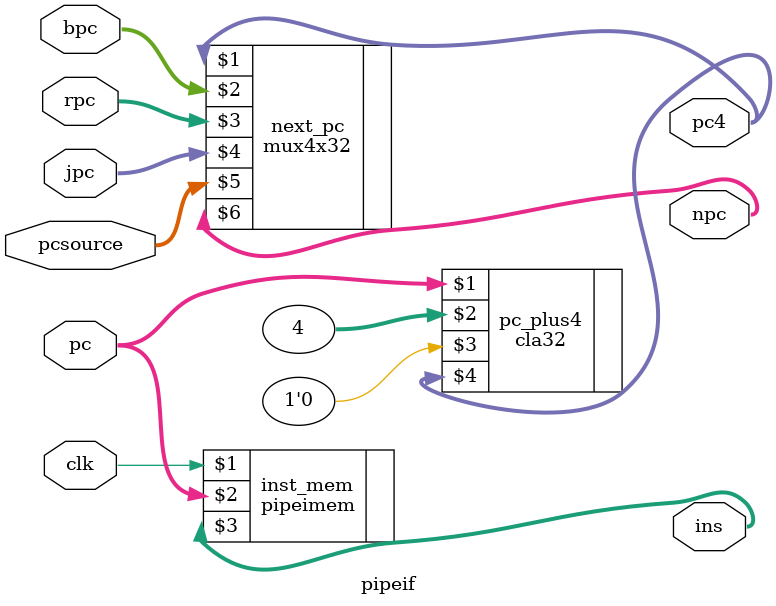
<source format=v>
`timescale 1ns / 1ps

module pipeif (clk, pcsource, pc, bpc, rpc, jpc, npc, pc4, ins);
	input [31:0] pc, bpc, rpc, jpc;
	input [1:0] pcsource;
	input clk;
	output [31:0] npc, pc4, ins;
	mux4x32 next_pc (pc4, bpc, rpc, jpc, pcsource, npc);
	cla32 pc_plus4 (pc, 32'h4, 1'b0, pc4);
	pipeimem inst_mem (clk, pc, ins);
endmodule

</source>
